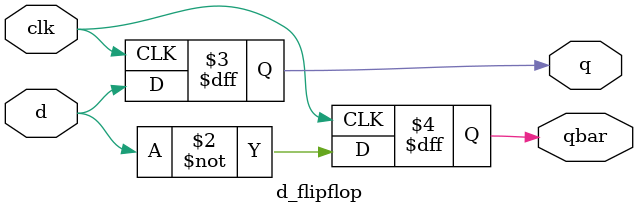
<source format=v>
`timescale 1ns / 1ps

module d_flipflop(
    input d,
    input clk,
    output reg q,qbar
    );
    
always @(posedge clk)
 begin
 q <= d;
 qbar <= ~d;
 end
endmodule

</source>
